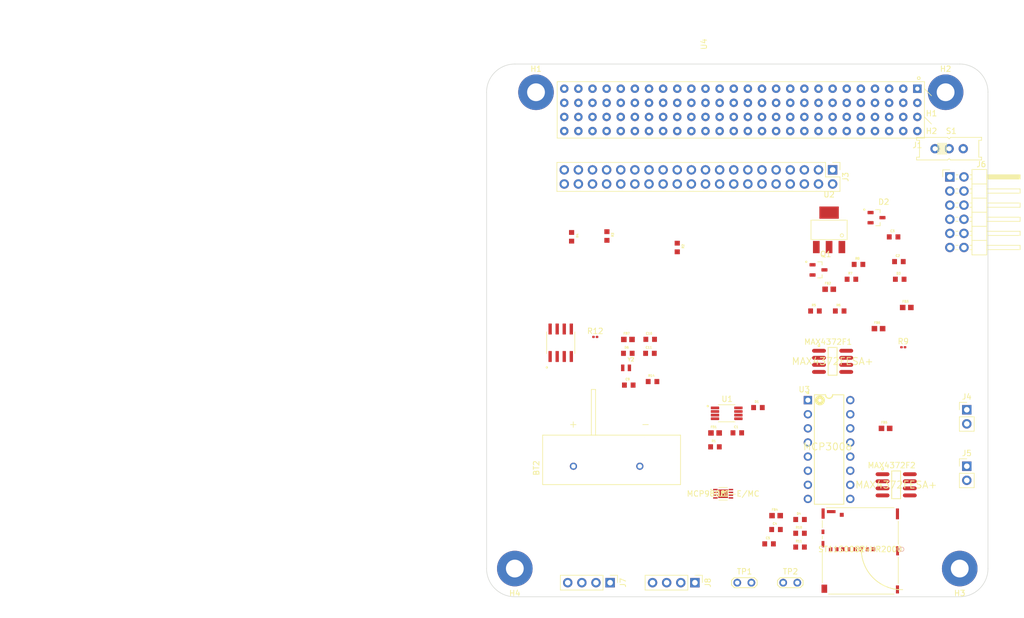
<source format=kicad_pcb>
(kicad_pcb (version 20211014) (generator pcbnew)
  (layers (0 "F.Cu" signal) (1 "In1.Cu" signal) (2 "In2.Cu" signal) (31 "B.Cu" signal) (34 "B.Paste" user) (35 "F.Paste" user) (36 "B.SilkS" user "B.Silkscreen") (37 "F.SilkS" user "F.Silkscreen") (38 "B.Mask" user) (39 "F.Mask" user) (44 "Edge.Cuts" user))
  (net 0 "")
  (net 1 "/PowerConverter/5V0_Input")
  (net 2 "SW7_5V_Input")
  (net 3 "+5V")
  (net 4 "PM_Input")
  (net 5 "VCC_BAT")
  (net 6 "Net-(C4-Pad1)")
  (net 7 "XCO1")
  (net 8 "XCO2")
  (net 9 "Net-(C11-Pad2)")
  (net 10 "Net-(D4-Pad2)")
  (net 11 "Net-(D6-Pad2)")
  (net 12 "Net-(FB5-Pad1)")
  (net 45 "COMM_TXD")
  (net 47 "COMM_RXD")
  (net 61 "COMM_CTS")
  (net 65 "COMM_RTS")
  (net 67 "ADCS_INT")
  (net 71 "Net-(MAX4372F2-Pad4)")
  (net 81 "EPS_INT")
  (net 82 "BAT_INT")
  (net 93 "OBC_INT")
  (net 94 "5VUSB_CHG")
  (net 100 "5V_Debug_Input")
  (net 108 "Net-(C1-Pad1)")
  (net 109 "Net-(C2-Pad1)")
  (net 112 "Net-(C3-Pad1)")
  (net 113 "GND")
  (net 116 "Net-(MAX4372F1-Pad4)")
  (net 117 "+3.3V")
  (net 119 "Net-(D1-Pad2)")
  (net 120 "Net-(D2-Pad2)")
  (net 121 "/MicroSD Card/SPI1_CEO_N")
  (net 122 "Net-(D3-Pad2)")
  (net 124 "/MicroSD Card/SPI1_MOSI")
  (net 125 "SPI1_CE0_N")
  (net 126 "SPI1_MOSI")
  (net 130 "SPI1_CLK")
  (net 131 "SPI1_MISO")
  (net 132 "5V_Rpi_Input")
  (net 133 "I2C_SDA1")
  (net 134 "I2C_SCL1")
  (net 135 "Net-(R7-Pad2)")
  (net 136 "/Temperature Sensor/I2C_SCL1")
  (net 137 "+3V3")
  (net 138 "Net-(J2-Pad4)")
  (net 139 "SPI1_CE1_N")
  (net 140 "/MicroSD Card/SPI1_CLK")
  (net 141 "/MicroSD Card/SPI1_MISO")
  (net 142 "GPIO16")
  (net 143 "GPIO26")
  (net 144 "GPIO20")
  (net 146 "GPIO21")
  (net 150 "3V3_Output")
  (net 151 "GND_CHG")
  (net 153 "/Temperature Sensor/GPIO_TEMP_ALERT")
  (net 154 "3V3_Input")
  (net 160 "/Current Monitor/SPI_CE2_N")
  (net 161 "GPIO5")
  (net 162 "GPIO6")
  (net 163 "GPIO12")
  (net 165 "GPIO13")
  (net 166 "GPIO19")
  (net 167 "BatVBUS")
  (net 168 "RTC_MFP")
  (net 169 "Analog_Voltage")
  (net 170 "Net-(MAX4372F2-Pad8)")
  (net 171 "Net-(FB2-Pad1)")
  (net 172 "Net-(FB3-Pad2)")
  (net 173 "Net-(FB6-Pad1)")
  (net 174 "/Temperature Sensor/I2C_SDA1")
  (net 175 "/Temperature Sensor/I2C_SCK1")
  (net 176 "/Real Time Clock/I2C_SDA1")
  (net 177 "/Current Monitor/SPI1_MOSI")
  (net 180 "/Current Monitor/SPI1_MISO")
  (net 181 "/Current Monitor/SP1_CLK")
  (net 188 "/Real Time Clock/I2C_SCL1")
  (footprint "Connector_PinHeader_2.54mm:PinHeader_2x20_P2.54mm_Vertical" (layer "F.Cu") (at 171.45 66.04 -90)
    (fp_text reference "J3" (at 1.27 -2.33 90) (layer "F.SilkS"))
    (fp_text value "Raspberry Pi 4 Connector")
    (pad "1" thru_hole rect (at 0 0 270) (size 1.7 1.7) (drill 1) (layers *.Cu *.Mask) (net 137 "+3V3"))
    (pad "2" thru_hole oval (at 2.54 0 270) (size 1.7 1.7) (drill 1) (layers *.Cu *.Mask) (net 3 "+5V"))
    (pad "3" thru_hole oval (at 0 2.54 270) (size 1.7 1.7) (drill 1) (layers *.Cu *.Mask) (net 133 "I2C_SDA1"))
    (pad "4" thru_hole oval (at 2.54 2.54 270) (size 1.7 1.7) (drill 1) (layers *.Cu *.Mask) (net 3 "+5V"))
    (pad "5" thru_hole oval (at 0 5.08 270) (size 1.7 1.7) (drill 1) (layers *.Cu *.Mask) (net 134 "I2C_SCL1"))
    (pad "6" thru_hole oval (at 2.54 5.08 270) (size 1.7 1.7) (drill 1) (layers *.Cu *.Mask) (net 113 "GND"))
    (pad "7" thru_hole oval (at 0 7.62 270) (size 1.7 1.7) (drill 1) (layers *.Cu *.Mask) (net 113 "GND"))
    (pad "8" thru_hole oval (at 2.54 7.62 270) (size 1.7 1.7) (drill 1) (layers *.Cu *.Mask) (net 45 "COMM_TXD"))
    (pad "9" thru_hole oval (at 0 10.16 270) (size 1.7 1.7) (drill 1) (layers *.Cu *.Mask))
    (pad "10" thru_hole oval (at 2.54 10.16 270) (size 1.7 1.7) (drill 1) (layers *.Cu *.Mask) (net 47 "COMM_RXD"))
    (pad "11" thru_hole oval (at 0 12.7 270) (size 1.7 1.7) (drill 1) (layers *.Cu *.Mask))
    (pad "12" thru_hole oval (at 2.54 12.7 270) (size 1.7 1.7) (drill 1) (layers *.Cu *.Mask))
    (pad "13" thru_hole oval (at 0 15.24 270) (size 1.7 1.7) (drill 1) (layers *.Cu *.Mask))
    (pad "14" thru_hole oval (at 2.54 15.24 270) (size 1.7 1.7) (drill 1) (layers *.Cu *.Mask) (net 113 "GND"))
    (pad "15" thru_hole oval (at 0 17.78 270) (size 1.7 1.7) (drill 1) (layers *.Cu *.Mask) (net 61 "COMM_CTS"))
    (pad "16" thru_hole oval (at 2.54 17.78 270) (size 1.7 1.7) (drill 1) (layers *.Cu *.Mask) (net 65 "COMM_RTS"))
    (pad "17" thru_hole oval (at 0 20.32 270) (size 1.7 1.7) (drill 1) (layers *.Cu *.Mask) (net 137 "+3V3"))
    (pad "18" thru_hole oval (at 2.54 20.32 270) (size 1.7 1.7) (drill 1) (layers *.Cu *.Mask))
    (pad "19" thru_hole oval (at 0 22.86 270) (size 1.7 1.7) (drill 1) (layers *.Cu *.Mask) (net 126 "SPI1_MOSI"))
    (pad "20" thru_hole oval (at 2.54 22.86 270) (size 1.7 1.7) (drill 1) (layers *.Cu *.Mask) (net 113 "GND"))
    (pad "21" thru_hole oval (at 0 25.4 270) (size 1.7 1.7) (drill 1) (layers *.Cu *.Mask) (net 131 "SPI1_MISO"))
    (pad "22" thru_hole oval (at 2.54 25.4 270) (size 1.7 1.7) (drill 1) (layers *.Cu *.Mask))
    (pad "23" thru_hole oval (at 0 27.94 270) (size 1.7 1.7) (drill 1) (layers *.Cu *.Mask) (net 130 "SPI1_CLK"))
    (pad "24" thru_hole oval (at 2.54 27.94 270) (size 1.7 1.7) (drill 1) (layers *.Cu *.Mask) (net 125 "SPI1_CE0_N"))
    (pad "25" thru_hole oval (at 0 30.48 270) (size 1.7 1.7) (drill 1) (layers *.Cu *.Mask) (net 113 "GND"))
    (pad "26" thru_hole oval (at 2.54 30.48 270) (size 1.7 1.7) (drill 1) (layers *.Cu *.Mask) (net 139 "SPI1_CE1_N"))
    (pad "27" thru_hole oval (at 0 33.02 270) (size 1.7 1.7) (drill 1) (layers *.Cu *.Mask))
    (pad "28" thru_hole oval (at 2.54 33.02 270) (size 1.7 1.7) (drill 1) (layers *.Cu *.Mask))
    (pad "29" thru_hole oval (at 0 35.56 270) (size 1.7 1.7) (drill 1) (layers *.Cu *.Mask) (net 161 "GPIO5"))
    (pad "30" thru_hole oval (at 2.54 35.56 270) (size 1.7 1.7) (drill 1) (layers *.Cu *.Mask) (net 113 "GND"))
    (pad "31" thru_hole oval (at 0 38.1 270) (size 1.7 1.7) (drill 1) (layers *.Cu *.Mask) (net 162 "GPIO6"))
    (pad "32" thru_hole oval (at 2.54 38.1 270) (size 1.7 1.7) (drill 1) (layers *.Cu *.Mask) (net 163 "GPIO12"))
    (pad "33" thru_hole oval (at 0 40.64 270) (size 1.7 1.7) (drill 1) (layers *.Cu *.Mask) (net 165 "GPIO13"))
    (pad "34" thru_hole oval (at 2.54 40.64 270) (size 1.7 1.7) (drill 1) (layers *.Cu *.Mask) (net 113 "GND"))
    (pad "35" thru_hole oval (at 0 43.18 270) (size 1.7 1.7) (drill 1) (layers *.Cu *.Mask) (net 166 "GPIO19"))
    (pad "36" thru_hole oval (at 2.54 43.18 270) (size 1.7 1.7) (drill 1) (layers *.Cu *.Mask) (net 142 "GPIO16"))
    (pad "37" thru_hole oval (at 0 45.72 270) (size 1.7 1.7) (drill 1) (layers *.Cu *.Mask) (net 143 "GPIO26"))
    (pad "38" thru_hole oval (at 2.54 45.72 270) (size 1.7 1.7) (drill 1) (layers *.Cu *.Mask) (net 144 "GPIO20"))
    (pad "39" thru_hole oval (at 0 48.26 270) (size 1.7 1.7) (drill 1) (layers *.Cu *.Mask) (net 113 "GND"))
    (pad "40" thru_hole oval (at 2.54 48.26 270) (size 1.7 1.7) (drill 1) (layers *.Cu *.Mask) (net 146 "GPIO21"))
  )
  (footprint "Daughterboard_footprints:CAPC1608X90N" (layer "F.Cu") (at 183.515 85.725)
    (fp_text reference "D3" (at -0.21 -1.05) (layer "F.SilkS") (effects (font (size 0.393701 0.393701))))
    (fp_text value "RED")
    (pad "1" smd rect (at -0.78 0) (size 0.87 0.93) (layers "F.Cu" "F.Paste" "F.Mask") (net 109 "Net-(C2-Pad1)"))
    (pad "2" smd rect (at 0.78 0) (size 0.87 0.93) (layers "F.Cu" "F.Paste" "F.Mask") (net 122 "Net-(D3-Pad2)"))
  )
  (footprint "MountingHole:MountingHole_3.2mm_M3_Pad_TopBottom" (layer "F.Cu") (at 191.77 52.07)
    (fp_text reference "H2" (at 0 -4.2) (layer "F.SilkS"))
    (fp_text value "MountingHole_Pad")
    (pad "1" connect circle locked (at 0 0) (size 6.4 6.4) (layers "B.Cu" "B.Mask") (net 113 "GND"))
    (pad "1" connect circle locked (at 0 0) (size 6.4 6.4) (layers "F.Cu" "F.Mask") (net 113 "GND"))
    (pad "1" thru_hole circle locked (at 0 0) (size 3.6 3.6) (drill 3.2) (layers *.Cu *.Mask) (net 113 "GND"))
  )
  (footprint "Daughterboard_footprints:MCP9808T-E&slash_MC" (layer "F.Cu") (at 151.765 124.33335)
    (fp_text reference "U1" (at 0 0) (layer "F.SilkS"))
    (fp_text value "MCP9808T-E/MC" (at 0 0) (layer "F.SilkS"))
    (fp_text user "*" (at 0 0) (layer "F.SilkS"))
    (pad "1" smd rect (at -1.397 -0.750001) (size 0.8128 0.254) (layers "F.Cu" "F.Paste" "F.Mask") (net 174 "/Temperature Sensor/I2C_SDA1"))
    (pad "2" smd rect (at -1.397 -0.25) (size 0.8128 0.254) (layers "F.Cu" "F.Paste" "F.Mask") (net 136 "/Temperature Sensor/I2C_SCL1"))
    (pad "3" smd rect (at -1.397 0.25) (size 0.8128 0.254) (layers "F.Cu" "F.Paste" "F.Mask") (net 153 "/Temperature Sensor/GPIO_TEMP_ALERT"))
    (pad "4" smd rect (at -1.397 0.750001) (size 0.8128 0.254) (layers "F.Cu" "F.Paste" "F.Mask") (net 113 "GND"))
    (pad "5" smd rect (at 1.397 0.750001) (size 0.8128 0.254) (layers "F.Cu" "F.Paste" "F.Mask") (net 113 "GND"))
    (pad "6" smd rect (at 1.397 0.25) (size 0.8128 0.254) (layers "F.Cu" "F.Paste" "F.Mask") (net 113 "GND"))
    (pad "7" smd rect (at 1.397 -0.25) (size 0.8128 0.254) (layers "F.Cu" "F.Paste" "F.Mask") (net 113 "GND"))
    (pad "8" smd rect (at 1.397 -0.750001) (size 0.8128 0.254) (layers "F.Cu" "F.Paste" "F.Mask") (net 108 "Net-(C1-Pad1)"))
    (pad "9" smd rect (at 0 0) (size 1.7526 1.5494) (layers "F.Cu" "F.Paste" "F.Mask") (net 113 "GND"))
  )
  (footprint "STM32_Breakout:BU33SA5WGWZ-E2" (layer "F.Cu") (at 170.815 76.835)
    (fp_text reference "U2" (at 0 -6.35) (layer "F.SilkS"))
    (fp_text value "BU33SA5WGWZ-E2-qsat-symb")
    (pad "1" smd rect locked (at 2.3 3.1) (size 1.2 2.2) (layers "F.Cu" "F.Paste" "F.Mask") (net 113 "GND"))
    (pad "2" smd rect locked (at 0 3.1) (size 1.2 2.2) (layers "F.Cu" "F.Paste" "F.Mask") (net 112 "Net-(C3-Pad1)"))
    (pad "3" smd rect locked (at -2.3 3.1) (size 1.2 2.2) (layers "F.Cu" "F.Paste" "F.Mask") (net 109 "Net-(C2-Pad1)"))
    (pad "Vout" smd rect locked (at 0 -3.1) (size 3.5 2.2) (layers "F.Cu" "F.Paste" "F.Mask"))
  )
  (footprint "Daughterboard_footprints:CAPC1608X90N" (layer "F.Cu") (at 134.79 104.775)
    (fp_text reference "C9" (at -0.21 -1.05) (layer "F.SilkS") (effects (font (size 0.393701 0.393701))))
    (fp_text value "18pF")
    (pad "1" smd rect (at -0.78 0) (size 0.87 0.93) (layers "F.Cu" "F.Paste" "F.Mask") (net 113 "GND"))
    (pad "2" smd rect (at 0.78 0) (size 0.87 0.93) (layers "F.Cu" "F.Paste" "F.Mask") (net 7 "XCO1"))
  )
  (footprint "Connector_PinHeader_2.54mm:PinHeader_1x02_P2.54mm_Vertical" (layer "F.Cu") (at 195.58 119.375)
    (fp_text reference "J5" (at 0 -2.33) (layer "F.SilkS"))
    (fp_text value "5V Input (Testing)")
    (pad "1" thru_hole rect (at 0 0) (size 1.7 1.7) (drill 1) (layers *.Cu *.Mask) (net 132 "5V_Rpi_Input"))
    (pad "2" thru_hole oval (at 0 2.54) (size 1.7 1.7) (drill 1) (layers *.Cu *.Mask) (net 113 "GND"))
  )
  (footprint "Daughterboard_footprints:BEADC1608X75N" (layer "F.Cu") (at 170.835 87.525)
    (fp_text reference "FB2" (at -0.24 -1.07) (layer "F.SilkS") (effects (font (size 0.393701 0.393701))))
    (fp_text value "100R @ 100 MHz")
    (pad "1" smd rect (at -0.735 0) (size 1 0.97) (layers "F.Cu" "F.Paste" "F.Mask") (net 171 "Net-(FB2-Pad1)"))
    (pad "2" smd rect (at 0.735 0) (size 1 0.97) (layers "F.Cu" "F.Paste" "F.Mask") (net 1 "/PowerConverter/5V0_Input"))
  )
  (footprint "MountingHole:MountingHole_3.2mm_M3_Pad_TopBottom" (layer "F.Cu") (at 118.11 52.07)
    (fp_text reference "H1" (at 0 -4.2) (layer "F.SilkS"))
    (fp_text value "MountingHole_Pad")
    (pad "1" thru_hole circle locked (at 0 0) (size 3.6 3.6) (drill 3.2) (layers *.Cu *.Mask) (net 113 "GND"))
    (pad "1" connect circle locked (at 0 0) (size 6.4 6.4) (layers "F.Cu" "F.Mask") (net 113 "GND"))
    (pad "1" connect circle locked (at 0 0) (size 6.4 6.4) (layers "B.Cu" "B.Mask") (net 113 "GND"))
  )
  (footprint "Daughterboard_footprints:CAPC1608X90N" (layer "F.Cu") (at 165.59 128.965)
    (fp_text reference "D4" (at -0.21 -1.05) (layer "F.SilkS") (effects (font (size 0.393701 0.393701))))
    (fp_text value "RED")
    (pad "1" smd rect (at -0.78 0) (size 0.87 0.93) (layers "F.Cu" "F.Paste" "F.Mask") (net 137 "+3V3"))
    (pad "2" smd rect (at 0.78 0) (size 0.87 0.93) (layers "F.Cu" "F.Paste" "F.Mask") (net 10 "Net-(D4-Pad2)"))
  )
  (footprint "Daughterboard_footprints:CAPC1608X90N" (layer "F.Cu") (at 134.62 99.06)
    (fp_text reference "D6" (at -0.21 -1.05) (layer "F.SilkS") (effects (font (size 0.393701 0.393701))))
    (fp_text value "RED")
    (pad "1" smd rect (at -0.78 0) (size 0.87 0.93) (layers "F.Cu" "F.Paste" "F.Mask") (net 117 "+3.3V"))
    (pad "2" smd rect (at 0.78 0) (size 0.87 0.93) (layers "F.Cu" "F.Paste" "F.Mask") (net 11 "Net-(D6-Pad2)"))
  )
  (footprint "Daughterboard_footprints:SOIC127P600X175-8N" (layer "F.Cu") (at 122.555 97.155 90)
    (fp_text reference "U4" (at 53.743 25.762 90) (layer "F.SilkS"))
    (fp_text value "MCP79400T-I/SN")
    (pad "1" smd roundrect (at -2.475 -1.905 90) (size 1.97 0.6) (layers "F.Cu" "F.Paste" "F.Mask") (roundrect_rratio 0.07) (net 7 "XCO1"))
    (pad "2" smd roundrect (at -2.475 -0.635 90) (size 1.97 0.6) (layers "F.Cu" "F.Paste" "F.Mask") (roundrect_rratio 0.07) (net 8 "XCO2"))
    (pad "3" smd roundrect (at -2.475 0.635 90) (size 1.97 0.6) (layers "F.Cu" "F.Paste" "F.Mask") (roundrect_rratio 0.07) (net 5 "VCC_BAT"))
    (pad "4" smd roundrect (at -2.475 1.905 90) (size 1.97 0.6) (layers "F.Cu" "F.Paste" "F.Mask") (roundrect_rratio 0.07) (net 113 "GND"))
    (pad "5" smd roundrect (at 2.475 1.905 90) (size 1.97 0.6) (layers "F.Cu" "F.Paste" "F.Mask") (roundrect_rratio 0.07) (net 176 "/Real Time Clock/I2C_SDA1"))
    (pad "6" smd roundrect (at 2.475 0.635 90) (size 1.97 0.6) (layers "F.Cu" "F.Paste" "F.Mask") (roundrect_rratio 0.07) (net 188 "/Real Time Clock/I2C_SCL1"))
    (pad "7" smd roundrect (at 2.475 -0.635 90) (size 1.97 0.6) (layers "F.Cu" "F.Paste" "F.Mask") (roundrect_rratio 0.07))
    (pad "8" smd roundrect (at 2.475 -1.905 90) (size 1.97 0.6) (layers "F.Cu" "F.Paste" "F.Mask") (roundrect_rratio 0.07))
  )
  (footprint "Daughterboard_footprints:EG1218" (layer "F.Cu") (at 192.405 62.23)
    (fp_text reference "S1" (at 0.381 -3.175) (layer "F.SilkS"))
    (fp_text value "EG1218")
    (pad "O" thru_hole circle (at -2.54 0) (size 1.6764 1.6764) (drill 0.9) (layers *.Cu *.Mask))
    (pad "P" thru_hole circle (at 0 0) (size 1.6764 1.6764) (drill 0.9) (layers *.Cu *.Mask) (net 100 "5V_Debug_Input"))
    (pad "S" thru_hole circle (at 2.54 0) (size 1.6764 1.6764) (drill 0.9) (layers *.Cu *.Mask) (net 132 "5V_Rpi_Input"))
  )
  (footprint "Daughterboard_footprints:RESC1608X55N" (layer "F.Cu") (at 139.065 104.14)
    (fp_text reference "R14" (at -0.21 -1.05) (layer "F.SilkS") (effects (font (size 0.393701 0.393701))))
    (fp_text value "2.2k")
    (pad "1" smd rect (at -0.78 0) (size 0.87 0.93) (layers "F.Cu" "F.Paste" "F.Mask") (net 11 "Net-(D6-Pad2)"))
    (pad "2" smd rect (at 0.78 0) (size 0.87 0.93) (layers "F.Cu" "F.Paste" "F.Mask") (net 113 "GND"))
  )
  (footprint "Daughterboard_footprints:CAPC1608X90N" (layer "F.Cu") (at 138.6 99.06)
    (fp_text reference "C11" (at -0.21 -1.05) (layer "F.SilkS") (effects (font (size 0.393701 0.393701))))
    (fp_text value "10uF")
    (pad "1" smd rect (at -0.78 0) (size 0.87 0.93) (layers "F.Cu" "F.Paste" "F.Mask") (net 113 "GND"))
    (pad "2" smd rect (at 0.78 0) (size 0.87 0.93) (layers "F.Cu" "F.Paste" "F.Mask") (net 9 "Net-(C11-Pad2)"))
  )
  (footprint "Daughterboard_footprints:Maxim-MAX4372FESA+-Level_A" (layer "F.Cu") (at 182.88 122.725)
    (fp_text reference "MAX4372F2" (at -5.199999 -3.499999) (layer "F.SilkS") (effects (justify left)))
    (fp_text value "MAX4372FESA+" (at 0 0) (layer "F.SilkS") (effects (font (size 1.27 1.27))))
    (pad "1" smd roundrect locked (at -2.45 -1.905 270) (size 0.700001 2.5) (layers "F.Cu" "F.Paste" "F.Mask") (roundrect_rratio 0.5) (net 12 "Net-(FB5-Pad1)"))
    (pad "2" smd roundrect locked (at -2.45 -0.635 270) (size 0.700001 2.5) (layers "F.Cu" "F.Paste" "F.Mask") (roundrect_rratio 0.5))
    (pad "3" smd roundrect locked (at -2.45 0.635 270) (size 0.700001 2.5) (layers "F.Cu" "F.Paste" "F.Mask") (roundrect_rratio 0.5))
    (pad "4" smd roundrect locked (at -2.45 1.905 270) (size 0.700001 2.5) (layers "F.Cu" "F.Paste" "F.Mask") (roundrect_rratio 0.5) (net 71 "Net-(MAX4372F2-Pad4)"))
    (pad "5" smd roundrect locked (at 2.45 1.905 270) (size 0.700001 2.5) (layers "F.Cu" "F.Paste" "F.Mask") (roundrect_rratio 0.5))
    (pad "6" smd roundrect locked (at 2.45 0.635 270) (size 0.700001 2.5) (layers "F.Cu" "F.Paste" "F.Mask") (roundrect_rratio 0.5) (net 137 "+3V3"))
    (pad "7" smd roundrect locked (at 2.45 -0.635 270) (size 0.700001 2.5) (layers "F.Cu" "F.Paste" "F.Mask") (roundrect_rratio 0.5))
    (pad "8" smd roundrect locked (at 2.45 -1.905 270) (size 0.700001 2.5) (layers "F.Cu" "F.Paste" "F.Mask") (roundrect_rratio 0.5) (net 170 "Net-(MAX4372F2-Pad8)"))
  )
  (footprint "Connector_PinHeader_2.54mm:PinHeader_2x06_P2.54mm_Horizontal" (layer "F.Cu") (at 192.532 67.31)
    (fp_text reference "J6" (at 5.655 -2.27) (layer "F.SilkS"))
    (fp_text value "Test Connector")
    (pad "1" thru_hole rect (at 0 0) (size 1.7 1.7) (drill 1) (layers *.Cu *.Mask) (net 150 "3V3_Output"))
    (pad "2" thru_hole oval (at 2.54 0) (size 1.7 1.7) (drill 1) (layers *.Cu *.Mask) (net 2 "SW7_5V_Input"))
    (pad "3" thru_hole oval (at 0 2.54) (size 1.7 1.7) (drill 1) (layers *.Cu *.Mask) (net 113 "GND"))
    (pad "4" thru_hole oval (at 2.54 2.54) (size 1.7 1.7) (drill 1) (layers *.Cu *.Mask) (net 113 "GND"))
    (pad "5" thru_hole oval (at 0 5.08) (size 1.7 1.7) (drill 1) (layers *.Cu *.Mask) (net 134 "I2C_SCL1"))
    (pad "6" thru_hole oval (at 2.54 5.08) (size 1.7 1.7) (drill 1) (layers *.Cu *.Mask) (net 133 "I2C_SDA1"))
    (pad "7" thru_hole oval (at 0 7.62) (size 1.7 1.7) (drill 1) (layers *.Cu *.Mask) (net 144 "GPIO20"))
    (pad "8" thru_hole oval (at 2.54 7.62) (size 1.7 1.7) (drill 1) (layers *.Cu *.Mask) (net 142 "GPIO16"))
    (pad "9" thru_hole oval (at 0 10.16) (size 1.7 1.7) (drill 1) (layers *.Cu *.Mask) (net 143 "GPIO26"))
    (pad "10" thru_hole oval (at 2.54 10.16) (size 1.7 1.7) (drill 1) (layers *.Cu *.Mask) (net 146 "GPIO21"))
    (pad "11" thru_hole oval (at 0 12.7) (size 1.7 1.7) (drill 1) (layers *.Cu *.Mask) (net 151 "GND_CHG"))
    (pad "12" thru_hole oval (at 2.54 12.7) (size 1.7 1.7) (drill 1) (layers *.Cu *.Mask) (net 167 "BatVBUS"))
  )
  (footprint "Resistor_SMD:R_0201_0603Metric" (layer "F.Cu") (at 128.7654 96.1036)
    (fp_text reference "R12" (at 0 -1.05) (layer "F.SilkS"))
    (fp_text value "100m")
    (pad "1" smd roundrect (at -0.32 0) (size 0.46 0.4) (layers "F.Cu" "F.Mask") (net 170 "Net-(MAX4372F2-Pad8)"))
    (pad "2" smd roundrect (at 0.32 0) (size 0.46 0.4) (layers "F.Cu" "F.Mask") (net 137 "+3V3"))
  )
  (footprint "MountingHole:MountingHole_3.2mm_M3_Pad_TopBottom" (layer "F.Cu") (at 114.3 137.795)
    (fp_text reference "H4" (at 0 4.445) (layer "F.SilkS"))
    (fp_text value "MountingHole_Pad")
    (pad "1" connect circle locked (at 0 0) (size 6.4 6.4) (layers "F.Cu" "F.Mask") (net 113 "GND"))
    (pad "1" connect circle locked (at 0 0) (size 6.4 6.4) (layers "B.Cu" "B.Mask") (net 113 "GND"))
    (pad "1" thru_hole circle locked (at 0 0) (size 3.6 3.6) (drill 3.2) (layers *.Cu *.Mask) (net 113 "GND"))
  )
  (footprint "Daughterboard_footprints:BEADC1608X75N" (layer "F.Cu") (at 179.705 94.615)
    (fp_text reference "FB6" (at -0.24 -1.07) (layer "F.SilkS") (effects (font (size 0.393701 0.393701))))
    (fp_text value "100R @ 100 MHz")
    (pad "1" smd rect (at -0.735 0) (size 1 0.97) (layers "F.Cu" "F.Paste" "F.Mask") (net 173 "Net-(FB6-Pad1)"))
    (pad "2" smd rect (at 0.735 0) (size 1 0.97) (layers "F.Cu" "F.Paste" "F.Mask") (net 137 "+3V3"))
  )
  (footprint "Daughterboard_footprints:CAPC1608X90N" (layer "F.Cu") (at 182.415 78.105)
    (fp_text reference "C3" (at -0.21 -1.05) (layer "F.SilkS") (effects (font (size 0.393701 0.393701))))
    (fp_text value "22uF")
    (pad "1" smd rect (at -0.78 0) (size 0.87 0.93) (layers "F.Cu" "F.Paste" "F.Mask") (net 112 "Net-(C3-Pad1)"))
    (pad "2" smd rect (at 0.78 0) (size 0.87 0.93) (layers "F.Cu" "F.Paste" "F.Mask") (net 113 "GND"))
  )
  (footprint "ESR03EZPF1002:RESC1608X55N" (layer "F.Cu") (at 143.51 80.01 -90)
    (fp_text reference "R2" (at -0.21 -1.05 90) (layer "F.SilkS") (effects (font (size 0.393701 0.393701))))
    (fp_text value "10k")
    (pad "1" smd rect locked (at -0.78 0 270) (size 0.87 0.93) (layers "F.Cu" "F.Paste" "F.Mask") (net 117 "+3.3V"))
    (pad "2" smd rect locked (at 0.78 0 270) (size 0.87 0.93) (layers "F.Cu" "F.Paste" "F.Mask") (net 168 "RTC_MFP"))
  )
  (footprint "TestPoint:TestPoint_2Pads_Pitch2.54mm_Drill0.8mm" (layer "F.Cu") (at 162.56 140.335)
    (fp_text reference "TP2" (at 1.3 -2) (layer "F.SilkS"))
    (fp_text value "TestPoint")
    (pad "1" thru_hole circle (at 0 0) (size 1.4 1.4) (drill 0.8) (layers *.Cu *.Mask) (net 137 "+3V3"))
    (pad "2" thru_hole circle (at 2.54 0) (size 1.4 1.4) (drill 0.8) (layers *.Cu *.Mask))
  )
  (footprint "Daughterboard_footprints:RESC1608X55N" (layer "F.Cu") (at 176.105 83.055)
    (fp_text reference "R8" (at -0.21 -1.05) (layer "F.SilkS") (effects (font (size 0.393701 0.393701))))
    (fp_text value "10k")
    (pad "1" smd rect (at -0.78 0) (size 0.87 0.93) (layers "F.Cu" "F.Paste" "F.Mask") (net 113 "GND"))
    (pad "2" smd rect (at 0.78 0) (size 0.87 0.93) (layers "F.Cu" "F.Paste" "F.Mask") (net 135 "Net-(R7-Pad2)"))
  )
  (footprint "Daughterboard_footprints:CAPC1608X90N" (layer "F.Cu") (at 138.64 96.54)
    (fp_text reference "C10" (at -0.21 -1.05) (layer "F.SilkS") (effects (font (size 0.393701 0.393701))))
    (fp_text value "18pF")
    (pad "1" smd rect (at -0.78 0) (size 0.87 0.93) (layers "F.Cu" "F.Paste" "F.Mask") (net 113 "GND"))
    (pad "2" smd rect (at 0.78 0) (size 0.87 0.93) (layers "F.Cu" "F.Paste" "F.Mask") (net 8 "XCO2"))
  )
  (footprint "Daughterboard_footprints:CAPC1608X90N" (layer "F.Cu") (at 158.02 108.82)
    (fp_text reference "D1" (at -0.21 -1.05) (layer "F.SilkS") (effects (font (size 0.393701 0.393701))))
    (fp_text value "RED")
    (pad "1" smd rect (at -0.78 0) (size 0.87 0.93) (layers "F.Cu" "F.Paste" "F.Mask") (net 108 "Net-(C1-Pad1)"))
    (pad "2" smd rect (at 0.78 0) (size 0.87 0.93) (layers "F.Cu" "F.Paste" "F.Mask") (net 119 "Net-(D1-Pad2)"))
  )
  (footprint "Daughterboard_footprints:BEADC1608X75N" (layer "F.Cu") (at 134.64 96.56)
    (fp_text reference "FB7" (at -0.24 -1.07) (layer "F.SilkS") (effects (font (size 0.393701 0.393701))))
    (fp_text value "100R @ 100 MHz")
    (pad "1" smd rect (at -0.735 0) (size 1 0.97) (layers "F.Cu" "F.Paste" "F.Mask") (net 117 "+3.3V"))
    (pad "2" smd rect (at 0.735 0) (size 1 0.97) (layers "F.Cu" "F.Paste" "F.Mask") (net 9 "Net-(C11-Pad2)"))
  )
  (footprint "Daughterboard_footprints:CAPC1608X90N" (layer "F.Cu") (at 160.02 133.35)
    (fp_text reference "C5" (at -0.21 -1.05) (layer "F.SilkS") (effects (font (size 0.393701 0.393701))))
    (fp_text value "10uF")
    (pad "1" smd rect (at -0.78 0) (size 0.87 0.93) (layers "F.Cu" "F.Paste" "F.Mask") (net 6 "Net-(C4-Pad1)"))
    (pad "2" smd rect (at 0.78 0) (size 0.87 0.93) (layers "F.Cu" "F.Paste" "F.Mask") (net 113 "GND"))
  )
  (footprint "Daughterboard_footprints:XTAL_CM9V-T1A-32.768KHZ-9PF-20PPM-TA-QC" (layer "F.Cu") (at 134.305 101.675)
    (fp_text reference "Y2" (at 0.882 -1.5064) (layer "F.SilkS") (effects (font (size 0.64 0.64))))
    (fp_text value "CM9V-T1A")
    (pad "1" smd rect (at -0.6 0) (size 0.6 1.2) (layers "F.Cu" "F.Paste" "F.Mask") (net 7 "XCO1"))
    (pad "2" smd rect (at 0.6 0) (size 0.6 1.2) (layers "F.Cu" "F.Paste" "F.Mask") (net 8 "XCO2"))
  )
  (footprint "Daughterboard_footprints:RESC1608X55N" (layer "F.Cu") (at 172.72 91.44)
    (fp_text reference "R6" (at -0.21 -1.05) (layer "F.SilkS") (effects (font (size 0.393701 0.393701))))
    (fp_text value "2.2k")
    (pad "1" smd rect (at -0.78 0) (size 0.87 0.93) (layers "F.Cu" "F.Paste" "F.Mask") (net 122 "Net-(D3-Pad2)"))
    (pad "2" smd rect (at 0.78 0) (size 0.87 0.93) (layers "F.Cu" "F.Paste" "F.Mask") (net 113 "GND"))
  )
  (footprint "Daughterboard_footprints:BEADC1608X75N" (layer "F.Cu") (at 161.29 128.27)
    (fp_text reference "FB4" (at -0.24 -1.07) (layer "F.SilkS") (effects (font (size 0.393701 0.393701))))
    (fp_text value "100R @ 100 MHz")
    (pad "1" smd rect (at -0.735 0) (size 1 0.97) (layers "F.Cu" "F.Paste" "F.Mask") (net 137 "+3V3"))
    (pad "2" smd rect (at 0.735 0) (size 1 0.97) (layers "F.Cu" "F.Paste" "F.Mask") (net 6 "Net-(C4-Pad1)"))
  )
  (footprint "STM32_Breakout:SOT91P240X110-3N" (layer "F.Cu") (at 179.345 74.64)
    (fp_text reference "D2" (at 1.305 -2.82582) (layer "F.SilkS"))
    (fp_text value "D_Zener")
    (pad "1" smd roundrect locked (at -1.07 -0.915) (size 1.09 0.61) (layers "F.Cu" "F.Paste" "F.Mask") (roundrect_rratio 0.15) (net 109 "Net-(C2-Pad1)"))
    (pad "2" smd roundrect locked (at -1.07 0.915) (size 1.09 0.61) (layers "F.Cu" "F.Paste" "F.Mask") (roundrect_rratio 0.15) (net 120 "Net-(D2-Pad2)"))
    (pad "3" smd roundrect locked (at 1.07 0) (size 1.09 0.61) (layers "F.Cu" "F.Paste" "F.Mask") (roundrect_rratio 0.15))
  )
  (footprint "Connector_PinHeader_2.54mm:PinHeader_1x04_P2.54mm_Vertical" (layer "F.Cu") (at 131.435 140.335 -90)
    (fp_text reference "J7" (at 0 -2.33 90) (layer "F.SilkS"))
    (fp_text value "Temp Sens1 Connector ")
    (pad "1" thru_hole rect (at 0 0 270) (size 1.7 1.7) (drill 1) (layers *.Cu *.Mask) (net 154 "3V3_Input"))
    (pad "2" thru_hole oval (at 0 2.54 270) (size 1.7 1.7) (drill 1) (layers *.Cu *.Mask) (net 113 "GND"))
    (pad "3" thru_hole oval (at 0 5.08 270) (size 1.7 1.7) (drill 1) (layers *.Cu *.Mask) (net 134 "I2C_SCL1"))
    (pad "4" thru_hole oval (at 0 7.62 270) (size 1.7 1.7) (drill 1) (layers *.Cu *.Mask) (net 133 "I2C_SDA1"))
  )
  (footprint "Daughterboard_footprints:Maxim-MAX4372FESA+-Level_A" (layer "F.Cu") (at 171.45 100.5)
    (fp_text reference "MAX4372F1" (at -5.199999 -3.499999) (layer "F.SilkS") (effects (justify left)))
    (fp_text value "MAX4372FESA+" (at 0 0) (layer "F.SilkS") (effects (font (size 1.27 1.27))))
    (pad "1" smd roundrect locked (at -2.45 -1.905 270) (size 0.700001 2.5) (layers "F.Cu" "F.Paste" "F.Mask") (roundrect_rratio 0.5) (net 173 "Net-(FB6-Pad1)"))
    (pad "2" smd roundrect locked (at -2.45 -0.635 270) (size 0.700001 2.5) (layers "F.Cu" "F.Paste" "F.Mask") (roundrect_rratio 0.5))
    (pad "3" smd roundrect locked (at -2.45 0.635 270) (size 0.700001 2.5) (layers "F.Cu" "F.Paste" "F.Mask") (roundrect_rratio 0.5) (net 113 "GND"))
    (pad "4" smd roundrect locked (at -2.45 1.905 270) (size 0.700001 2.5) (layers "F.Cu" "F.Paste" "F.Mask") (roundrect_rratio 0.5) (net 116 "Net-(MAX4372F1-Pad4)"))
    (pad "5" smd roundrect locked (at 2.45 1.905 270) (size 0.700001 2.5) (layers "F.Cu" "F.Paste" "F.Mask") (roundrect_rratio 0.5))
    (pad "6" smd roundrect locked (at 2.45 0.635 270) (size 0.700001 2.5) (layers "F.Cu" "F.Paste" "F.Mask") (roundrect_rratio 0.5) (net 137 "+3V3"))
    (pad "7" smd roundrect locked (at 2.45 -0.635 270) (size 0.700001 2.5) (layers "F.Cu" "F.Paste" "F.Mask") (roundrect_rratio 0.5))
    (pad "8" smd roundrect locked (at 2.45 -1.905 270) (size 0.700001 2.5) (layers "F.Cu" "F.Paste" "F.Mask") (roundrect_rratio 0.5) (net 4 "PM_Input"))
  )
  (footprint "Connector_PinHeader_2.54mm:PinHeader_1x02_P2.54mm_Vertical" (layer "F.Cu") (at 195.58 109.215)
    (fp_text reference "J4" (at 0 -2.33) (layer "F.SilkS"))
    (fp_text value "3.3V Input (Testing)")
    (pad "1" thru_hole rect (at 0 0) (size 1.7 1.7) (drill 1) (layers *.Cu *.Mask) (net 4 "PM_Input"))
    (pad "2" thru_hole oval (at 0 2.54) (size 1.7 1.7) (drill 1) (layers *.Cu *.Mask) (net 113 "GND"))
  )
  (footprint "Resistor_SMD:R_0201_0603Metric" (layer "F.Cu") (at 184.15 97.96)
    (fp_text reference "R9" (at 0 -1.05) (layer "F.SilkS"))
    (fp_text value "100m")
    (pad "1" smd roundrect (at -0.32 0) (size 0.46 0.4) (layers "F.Cu" "F.Mask") (net 4 "PM_Input"))
    (pad "2" smd roundrect (at 0.32 0) (size 0.46 0.4) (layers "F.Cu" "F.Mask") (net 137 "+3V3"))
  )
  (footprint "Daughterboard_footprints:BAT_BVSD-2032-PC" (layer "F.Cu") (at 130.81 119.38 90)
    (fp_text reference "BT2" (at -0.325 -12.635 90) (layer "F.SilkS"))
    (fp_text value "BVSD-2032-PC")
    (pad "" np_thru_hole circle (at 3.56 -6.99 90) (size 1.91 1.91) (drill 1.91) (layers *.Cu *.Mask))
    (pad "" np_thru_hole circle (at 3.56 7.74 90) (size 2.92 2.92) (drill 2.92) (layers *.Cu *.Mask))
    (pad "+" thru_hole circle (at 0 -5.97 90) (size 1.298 1.298) (drill 0.79) (layers *.Cu *.Mask) (net 5 "VCC_BAT"))
    (pad "-" thru_hole circle (at 0 5.97 90) (size 1.298 1.298) (drill 0.79) (layers *.Cu *.Mask) (net 113 "GND"))
  )
  (footprint "Daughterboard_footprints:RESC1608X55N" (layer "F.Cu") (at 150.29 115.89)
    (fp_text reference "R1" (at -0.21 -1.05) (layer "F.SilkS") (effects (font (size 0.393701 0.393701))))
    (fp_text value "2.2k")
    (pad "1" smd rect (at -0.78 0) (size 0.87 0.93) (layers "F.Cu" "F.Paste" "F.Mask") (net 119 "Net-(D1-Pad2)"))
    (pad "2" smd rect (at 0.78 0) (size 0.87 0.93) (layers "F.Cu" "F.Paste" "F.Mask") (net 113 "GND"))
  )
  (footprint "pc104-connector:pc104-connector" (layer "F.Cu") (at 156.21 53.975 -90)
    (fp_text reference "J1" (at 7.62 -30.48 unlocked) (layer "F.SilkS"))
    (fp_text value "PC104_Connector")
    (fp_text user "H2" (at 5.08 -33.02 unlocked) (layer "F.SilkS"))
    (fp_text user "H1" (at 1.905 -33.02 unlocked) (layer "F.SilkS"))
    (pad "1" thru_hole rect locked (at -2.54 -30.48 270) (size 1.524 1.524) (drill 0.762) (layers *.Cu *.Mask) (net 45 "COMM_TXD"))
    (pad "2" thru_hole circle locked (at 0 -30.48 270) (size 1.524 1.524) (drill 0.762) (layers *.Cu *.Mask) (net 47 "COMM_RXD"))
    (pad "3" thru_hole circle locked (at -2.54 -27.94 270) (size 1.524 1.524) (drill 0.762) (layers *.Cu *.Mask) (net 61 "COMM_CTS"))
    (pad "4" thru_hole circle locked (at 0 -27.94 270) (size 1.524 1.524) (drill 0.762) (layers *.Cu *.Mask) (net 65 "COMM_RTS"))
    (pad "5" thru_hole circle locked (at -2.54 -25.4 270) (size 1.524 1.524) (drill 0.762) (layers *.Cu *.Mask) (net 67 "ADCS_INT"))
    (pad "6" thru_hole circle locked (at 0 -25.4 270) (size 1.524 1.524) (drill 0.762) (layers *.Cu *.Mask) (net 81 "EPS_INT"))
    (pad "7" thru_hole circle locked (at -2.54 -22.86 270) (size 1.524 1.524) (drill 0.762) (layers *.Cu *.Mask) (net 82 "BAT_INT"))
    (pad "8" thru_hole circle locked (at 0 -22.86 270) (size 1.524 1.524) (drill 0.762) (layers *.Cu *.Mask) (net 93 "OBC_INT"))
    (pad "9" thru_hole circle locked (at -2.54 -20.32 270) (size 1.524 1.524) (drill 0.762) (layers *.Cu *.Mask))
    (pad "10" thru_hole circle locked (at 0 -20.32 270) (size 1.524 1.524) (drill 0.762) (layers *.Cu *.Mask))
    (pad "11" thru_hole circle locked (at -2.54 -17.78 270) (size 1.524 1.524) (drill 0.762) (layers *.Cu *.Mask))
    (pad "12" thru_hole circle locked (at 0 -17.78 270) (size 1.524 1.524) (drill 0.762) (layers *.Cu *.Mask))
    (pad "13" thru_hole circle locked (at -2.54 -15.24 270) (size 1.524 1.524) (drill 0.762) (layers *.Cu *.Mask))
    (pad "14" thru_hole circle locked (at 0 -15.24 270) (size 1.524 1.524) (drill 0.762) (layers *.Cu *.Mask))
    (pad "15" thru_hole circle locked (at -2.54 -12.7 270) (size 1.524 1.524) (drill 0.762) (layers *.Cu *.Mask))
    (pad "16" thru_hole circle locked (at 0 -12.7 270) (size 1.524 1.524) (drill 0.762) (layers *.Cu *.Mask))
    (pad "17" thru_hole circle locked (at -2.54 -10.16 270) (size 1.524 1.524) (drill 0.762) (layers *.Cu *.Mask))
    (pad "18" thru_hole circle locked (at 0 -10.16 270) (size 1.524 1.524) (drill 0.762) (layers *.Cu *.Mask))
    (pad "19" thru_hole circle locked (at -2.54 -7.62 270) (size 1.524 1.524) (drill 0.762) (layers *.Cu *.Mask))
    (pad "20" thru_hole circle locked (at 0 -7.62 270) (size 1.524 1.524) (drill 0.762) (layers *.Cu *.Mask))
    (pad "21" thru_hole circle locked (at -2.54 -5.08 270) (size 1.524 1.524) (drill 0.762) (layers *.Cu *.Mask))
    (pad "22" thru_hole circle locked (at 0 -5.08 270) (size 1.524 1.524) (drill 0.762) (layers *.Cu *.Mask))
    (pad "23" thru_hole circle locked (at -2.54 -2.54 270) (size 1.524 1.524) (drill 0.762) (layers *.Cu *.Mask))
    (pad "24" thru_hole circle locked (at 0 -2.54 270) (size 1.524 1.524) (drill 0.762) (layers *.Cu *.Mask))
    (pad "25" thru_hole circle locked (at -2.54 0 270) (size 1.524 1.524) (drill 0.762) (layers *.Cu *.Mask))
    (pad "26" thru_hole circle locked (at 0 0 270) (size 1.524 1.524) (drill 0.762) (layers *.Cu *.Mask))
    (pad "27" thru_hole circle locked (at -2.54 2.54 270) (size 1.524 1.524) (drill 0.762) (layers *.Cu *.Mask))
    (pad "28" thru_hole circle locked (at 0 2.54 270) (size 1.524 1.524) (drill 0.762) (layers *.Cu *.Mask))
    (pad "29" thru_hole circle locked (at -2.54 5.08 270) (size 1.524 1.524) (drill 0.762) (layers *.Cu *.Mask))
    (pad "30" thru_hole circle locked (at 0 5.08 270) (size 1.524 1.524) (drill 0.762) (layers *.Cu *.Mask))
    (pad "31" thru_hole circle locked (at -2.54 7.62 270) (size 1.524 1.524) (drill 0.762) (layers *.Cu *.Mask))
    (pad "32" thru_hole circle locked (at 0 7.62 270) (size 1.524 1.524) (drill 0.762) (layers *.Cu *.Mask) (net 94 "5VUSB_CHG"))
    (pad "33" thru_hole circle locked (at -2.54 10.16 270) (size 1.524 1.524) (drill 0.762) (layers *.Cu *.Mask))
    (pad "34" thru_hole circle locked (at 0 10.16 270) (size 1.524 1.524) (drill 0.762) (layers *.Cu *.Mask))
    (pad "35" thru_hole circle locked (at -2.54 12.7 270) (size 1.524 1.524) (drill 0.762) (layers *.Cu *.Mask))
    (pad "36" thru_hole circle locked (at 0 12.7 270) (size 1.524 1.524) (drill 0.762) (layers *.Cu *.Mask))
    (pad "37" thru_hole circle locked (at -2.54 15.24 270) (size 1.524 1.524) (drill 0.762) (layers *.Cu *.Mask))
    (pad "38" thru_hole circle locked (at 0 15.24 270) (size 1.524 1.524) (drill 0.762) (layers *.Cu *.Mask))
    (pad "39" thru_hole circle locked (at -2.54 17.78 270) (size 1.524 1.524) (drill 0.762) (layers *.Cu *.Mask))
    (pad "40" thru_hole circle locked (at 0 17.78 270) (size 1.524 1.524) (drill 0.762) (layers *.Cu *.Mask))
    (pad "41" thru_hole circle locked (at -2.54 20.32 270) (size 1.524 1.524) (drill 0.762) (layers *.Cu *.Mask) (net 133 "I2C_SDA1"))
    (pad "42" thru_hole circle locked (at 0 20.32 270) (size 1.524 1.524) (drill 0.762) (layers *.Cu *.Mask))
    (pad "43" thru_hole circle locked (at -2.54 22.86 270) (size 1.524 1.524) (drill 0.762) (layers *.Cu *.Mask) (net 134 "I2C_SCL1"))
    (pad "44" thru_hole circle locked (at 0 22.86 270) (size 1.524 1.524) (drill 0.762) (layers *.Cu *.Mask))
    (pad "45" thru_hole circle locked (at -2.54 25.4 270) (size 1.524 1.524) (drill 0.762) (layers *.Cu *.Mask))
    (pad "46" thru_hole circle locked (at 0 25.4 270) (size 1.524 1.524) (drill 0.762) (layers *.Cu *.Mask))
    (pad "47" thru_hole circle locked (at -2.54 27.94 270) (size 1.524 1.524) (drill 0.762) (layers *.Cu *.Mask))
    (pad "48" thru_hole circle locked (at 0 27.94 270) (size 1.524 1.524) (drill 0.762) (layers *.Cu *.Mask))
    (pad "49" thru_hole circle locked (at -2.54 30.48 270) (size 1.524 1.524) (drill 0.762) (layers *.Cu *.Mask))
    (pad "50" thru_hole circle locked (at 0 30.48 270) (size 1.524 1.524) (drill 0.762) (layers *.Cu *.Mask))
    (pad "51" thru_hole circle locked (at -2.54 33.02 270) (size 1.524 1.524) (drill 0.762) (layers *.Cu *.Mask))
    (pad "52" thru_hole circle locked (at 0 33.02 270) (size 1.524 1.524) (drill 0.762) (layers *.Cu *.Mask))
    (pad "53" thru_hole circle locked (at 2.54 -30.48 270) (size 1.524 1.524) (drill 0.762) (layers *.Cu *.Mask))
    (pad "54" thru_hole circle locked (at 5.08 -30.48 270) (size 1.524 1.524) (drill 0.762) (layers *.Cu *.Mask))
    (pad "55" thru_hole circle locked (at 2.54 -27.94 270) (size 1.524 1.524) (drill 0.762) (layers *.Cu *.Mask))
    (pad "56" thru_hole circle locked (at 5.08 -27.94 270) (size 1.524 1.524) (drill 0.762) (layers *.Cu *.Mask))
    (pad "57" thru_hole circle locked (at 2.54 -25.4 270) (size 1.524 1.524) (drill 0.762) (layers *.Cu *.Mask))
    (pad "58" thru_hole circle locked (at 5.08 -25.4 270) (size 1.524 1.524) (drill 0.762) (layers *.Cu *.Mask))
    (pad "59" thru_hole circle locked (at 2.54 -22.86 270) (size 1.524 1.524) (drill 0.762) (layers *.Cu *.Mask))
    (pad "60" thru_hole circle locked (at 5.08 -22.86 270) (size 1.524 1.524) (drill 0.762) (layers *.Cu *.Mask))
    (pad "61" thru_hole circle locked (at 2.54 -20.32 270) (size 1.524 1.524) (drill 0.762) (layers *.Cu *.Mask) (net 113 "GND"))
    (pad "62" thru_hole circle locked (at 5.08 -20.32 270) (size 1.524 1.524) (drill 0.762) (layers *.Cu *.Mask))
    (pad "63" thru_hole circle locked (at 2.54 -17.78 270) (size 1.524 1.524) (drill 0.762) (layers *.Cu *.Mask))
    (pad "64" thru_hole circle locked (at 5.08 -17.78 270) (size 1.524 1.524) (drill 0.762) (layers *.Cu *.Mask))
    (pad "65" thru_hole circle locked (at 2.54 -15.24 270) (size 1.524 1.524) (drill 0.762) (layers *.Cu *.Mask))
    (pad "66" thru_hole circle locked (at 5.08 -15.24 270) (size 1.524 1.524) (drill 0.762) (layers *.Cu *.Mask) (net 113 "GND"))
    (pad "67" thru_hole circle locked (at 2.54 -12.7 270) (size 1.524 1.524) (drill 0.762) (layers *.Cu *.Mask))
    (pad "68" thru_hole circle locked (at 5.08 -12.7 270) (size 1.524 1.524) (drill 0.762) (layers *.Cu *.Mask) (net 2 "SW7_5V_Input"))
    (pad "69" thru_hole circle locked (at 2.54 -10.16 270) (size 1.524 1.524) (drill 0.762) (layers *.Cu *.Mask) (net 113 "GND"))
    (pad "70" thru_hole circle locked (at 5.08 -10.16 270) (size 1.524 1.524) (drill 0.762) (layers *.Cu *.Mask))
    (pad "71" thru_hole circle locked (at 2.54 -7.62 270) (size 1.524 1.524) (drill 0.762) (layers *.Cu *.Mask))
    (pad "72" thru_hole circle locked (at 5.08 -7.62 270) (size 1.524 1.524) (drill 0.762) (layers *.Cu *.Mask))
    (pad "73" thru_hole circle locked (at 2.54 -5.08 270) (size 1.524 1.524) (drill 0.762) (layers *.Cu *.Mask) (net 113 "GND"))
    (pad "74" thru_hole circle locked (at 5.08 -5.08 270) (size 1.524 1.524) (drill 0.762) (layers *.Cu *.Mask) (net 113 "GND"))
    (pad "75" thru_hole circle locked (at 2.54 -2.54 270) (size 1.524 1.524) (drill 0.762) (layers *.Cu *.Mask))
    (pad "76" thru_hole circle locked (at 5.08 -2.54 270) (size 1.524 1.524) (drill 0.762) (layers *.Cu *.Mask))
    (pad "77" thru_hole circle locked (at 2.54 0 270) (size 1.524 1.524) (drill 0.762) (layers *.Cu *.Mask))
    (pad "78" thru_hole circle locked (at 5.08 0 270) (size 1.524 1.524) (drill 0.762) (layers *.Cu *.Mask))
    (pad "79" thru_hole circle locked (at 2.54 2.54 270) (size 1.524 1.524) (drill 0.762) (layers *.Cu *.Mask))
    (pad "80" thru_hole circle locked (at 5.08 2.54 270) (size 1.524 1.524) (drill 0.762) (layers *.Cu *.Mask))
    (pad "81" thru_hole circle locked (at 2.54 5.08 270) (size 1.524 1.524) (drill 0.762) (layers *.Cu *.Mask) (net 113 "GND"))
    (pad "82" thru_hole circle locked (at 5.08 5.08 270) (size 1.524 1.524) (drill 0.762) (layers *.Cu *.Mask) (net 113 "GND"))
    (pad "83" thru_hole circle locked (at 2.54 7.62 270) (size 1.524 1.524) (drill 0.762) (layers *.Cu *.Mask))
    (pad "84" thru_hole circle locked (at 5.08 7.62 270) (size 1.524 1.524) (drill 0.762) (layers *.Cu *.Mask) (net 113 "GND"))
    (pad "85" thru_hole circle locked (at 2.54 10.16 270) (size 1.524 1.524) (drill 0.762) (layers *.Cu *.Mask))
    (pad "86" thru_hole circle locked (at 5.08 10.16 270) (size 1.524 1.524) (drill 0.762) (layers *.Cu *.Mask))
    (pad "87" thru_hole circle locked (at 2.54 12.7 270) (size 1.524 1.524) (drill 0.762) (layers *.Cu *.Mask))
    (pad "88" thru_hole circle locked (at 5.08 12.7 270) (size 1.524 1.524) (drill 0.762) (layers *.Cu *.Mask))
    (pad "89" thru_hole circle locked (at 2.54 15.24 270) (size 1.524 1.524) (drill 0.762) (layers *.Cu *.Mask))
    (pad "90" thru_hole circle locked (at 5.08 15.24 270) (size 1.524 1.524) (drill 0.762) (layers *.Cu *.Mask))
    (pad "91" thru_hole circle locked (at 2.54 17.78 270) (size 1.524 1.524) (drill 0.762) (layers *.Cu *.Mask))
    (pad "92" thru_hole circle locked (at 5.08 17.78 270) (size 1.524 1.524) (drill 0.762) (layers *.Cu *.Mask))
    (pad "93" thru_hole circle locked (at 2.54 20.32 270) (size 1.524 1.524) (drill 0.762) (layers *.Cu *.Mask))
    (pad "94" thru_hole circle locked (at 5.08 20.32 270) (size 1.524 1.524) (drill 0.762) (layers *.Cu *.Mask))
    (pad "95" thru_hole circle locked (at 2.54 22.86 270) (size 1.524 1.524) (drill 0.762) (layers *.Cu *.Mask))
    (pad "96" thru_hole circle locked (at 5.08 22.86 270) (size 1.524 1.524) (drill 0.762) (layers *.Cu *.Mask))
    (pad "97" thru_hole circle locked (at 2.54 25.4 270) (size 1.524 1.524) (drill 0.762) (layers *.Cu *.Mask))
    (pad "98" thru_hole circle locked (at 5.08 25.4 270) (size 1.524 1.524) (drill 0.762) (layers *.Cu *.Mask))
    (pad "99" thru_hole circle locked (at 2.54 27.94 270) (size 1.524 1.524) (drill 0.762) (layers *.Cu *.Mask) (net 113 "GND"))
    (pad "100" thru_hole circle locked (at 5.08 27.94 270) (size 1.524 1.524) (drill 0.762) (layers *.Cu *.Mask) (net 113 "GND"))
    (pad "101" thru_hole circle locked (at 2.54 30.48 270) (size 1.524 1.524) (drill 0.762) (layers *.Cu *.Mask))
    (pad "102" thru_hole circle locked (at 5.08 30.48 270) (size 1.524 1.524) (drill 0.762) (layers *.Cu *.Mask))
    (pad "103" thru_hole circle locked (at 2.54 33.02 270) (size 1.524 1.524) (drill 0.762) (layers *.Cu *.Mask))
    (pad "104" thru_hole circle locked (at 5.08 33.02 270) (size 1.524 1.524) (drill 0.762) (layers *.Cu *.Mask))
  )
  (footprint "TestPoint:TestPoint_2Pads_Pitch2.54mm_Drill0.8mm" (layer "F.Cu") (at 154.305 140.335)
    (fp_text reference "TP1" (at 1.3 -2) (layer "F.SilkS"))
    (fp_text value "TestPoint")
    (pad "1" thru_hole circle (at 0 0) (size 1.4 1.4) (drill 0.8) (layers *.Cu *.Mask) (net 137 "+3V3"))
    (pad "2" thru_hole circle (at 2.54 0) (size 1.4 1.4) (drill 0.8) (layers *.Cu *.Mask))
  )
  (footprint "Daughterboard_footprints:RESC1608X55N" (layer "F.Cu") (at 165.59 131.445)
    (fp_text reference "R10" (at -0.21 -1.05) (layer "F.SilkS") (effects (font (size 0.393701 0.393701))))
    (fp_text value "2.2k")
    (pad "1" smd rect (at -0.78 0) (size 0.87 0.93) (layers "F.Cu" "F.Paste" "F.Mask") (net 10 "Net-(D4-Pad2)"))
    (pad "2" smd rect (at 0.78 0) (size 0.87 0.93) (layers "F.Cu" "F.Paste" "F.Mask") (net 113 "GND"))
  )
  (footprint "STM32_Breakout:ST11S008V4HR2000" (layer "F.Cu") (at 176.424749 134.62)
    (fp_text reference "J2" (at 0 -0.295399) (layer "F.SilkS"))
    (fp_text value "ST11S008V4HR2000" (at 0 -0.295399) (layer "F.SilkS"))
    (fp_text user "*" (at 0 0) (layer "F.SilkS"))
    (pad "1" smd rect (at 2.37 -0.295399) (size 0.635 0.7112) (layers "F.Cu" "F.Paste" "F.Mask"))
    (pad "2" smd rect (at 1.27 -0.295399) (size 0.635 0.7112) (layers "F.Cu" "F.Paste" "F.Mask") (net 121 "/MicroSD Card/SPI1_CEO_N"))
    (pad "3" smd rect (at 0.17 -0.295399) (size 0.635 0.7112) (layers "F.Cu" "F.Paste" "F.Mask") (net 124 "/MicroSD Card/SPI1_MOSI"))
    (pad "4" smd rect (at -0.930001 -0.295399) (size 0.635 0.7112) (layers "F.Cu" "F.Paste" "F.Mask") (net 138 "Net-(J2-Pad4)"))
    (pad "5" smd rect (at -2.030001 -0.295399) (size 0.635 0.7112) (layers "F.Cu" "F.Paste" "F.Mask") (net 140 "/MicroSD Card/SPI1_CLK"))
    (pad "6" smd rect (at -3.130001 -0.295399) (size 0.635 0.7112) (layers "F.Cu" "F.Paste" "F.Mask") (net 113 "GND"))
    (pad "7" smd rect (at -4.229999 -0.295399) (size 0.635 0.7112) (layers "F.Cu" "F.Paste" "F.Mask") (net 141 "/MicroSD Card/SPI1_MISO"))
    (pad "8" smd rect (at -5.33 -0.295399) (size 0.635 0.7112) (layers "F.Cu" "F.Paste" "F.Mask"))
    (pad "9" smd rect (at -5.225001 -7.0704) (size 1.5494 0.5588) (layers "F.Cu" "F.Paste" "F.Mask"))
    (pad "10" smd rect (at -3.330001 -6.4954) (size 0.7112 0.7112) (layers "F.Cu" "F.Paste" "F.Mask"))
    (pad "11" smd rect (at 6.685026 6.9296) (size 0.5588 1.4478) (layers "F.Cu" "F.Paste" "F.Mask") (net 113 "GND"))
    (pad "12" smd rect (at 6.710026 -0.0204) (size 0.508 1.651) (layers "F.Cu" "F.Paste" "F.Mask") (net 113 "GND"))
    (pad "13" smd rect (at 6.685026 -6.6654) (size 0.5588 1.9558) (layers "F.Cu" "F.Paste" "F.Mask") (net 113 "GND"))
    (pad "14" smd rect (at -6.685001 -6.720399) (size 0.5588 1.8542) (layers "F.Cu" "F.Paste" "F.Mask") (net 113 "GND"))
    (pad "15" smd rect (at -6.710001 -3.435399) (size 0.508 0.8128) (layers "F.Cu" "F.Paste" "F.Mask") (net 113 "GND"))
    (pad "16" smd rect (at -6.710001 -1.220399) (size 0.508 1.143) (layers "F.Cu" "F.Paste" "F.Mask") (net 113 "GND"))
    (pad "17" smd rect (at -6.465001 6.804601) (size 1.016 1.4732) (layers "F.Cu" "F.Paste" "F.Mask") (net 113 "GND"))
  )
  (footprint "Daughterboard_footprints:CAPC1608X90N" (layer "F.Cu") (at 154.31 113.37)
    (fp_text reference "C1" (at -0.21 -1.05) (layer "F.SilkS") (effects (font (size 0.393701 0.393701))))
    (fp_text value "0.1uF")
    (pad "1" smd rect (at -0.78 0) (size 0.87 0.93) (layers "F.Cu" "F.Paste" "F.Mask") (net 108 "Net-(C1-Pad1)"))
    (pad "2" smd rect (at 0.78 0) (size 0.87 0.93) (layers "F.Cu" "F.Paste" "F.Mask") (net 113 "GND"))
  )
  (footprint "ESR03EZPF1002:RESC1608X55N" (layer "F.Cu") (at 130.86 77.94 -90)
    (fp_text reference "R3" (at -0.21 -1.05 90) (layer "F.SilkS") (effects (font (size 0.393701 0.393701))))
    (fp_text value "10k")
    (pad "1" smd rect locked (at -0.78 0 270) (size 0.87 0.93) (layers "F.Cu" "F.Paste" "F.Mask") (net 117 "+3.3V"))
    (pad "2" smd rect locked (at 0.78 0 270) (size 0.87 0.93) (layers "F.Cu" "F.Paste" "F.Mask") (net 134 "I2C_SCL1"))
  )
  (footprint "MountingHole:MountingHole_3.2mm_M3_Pad_TopBottom" (layer "F.Cu") (at 194.31 137.795)
    (fp_text reference "H3" (at 0 4.445) (layer "F.SilkS"))
    (fp_text value "MountingHole_Pad")
    (pad "1" thru_hole circle locked (at 0 0) (size 3.6 3.6) (drill 3.2) (layers *.Cu *.Mask) (net 113 "GND"))
    (pad "1" connect circle locked (at 0 0) (size 6.4 6.4) (layers "B.Cu" "B.Mask") (net 113 "GND"))
    (pad "1" connect circle locked (at 0 0) (size 6.4 6.4) (layers "F.Cu" "F.Mask") (net 113 "GND"))
  )
  (footprint "Daughterboard_footprints:RESC1608X55N" (layer "F.Cu") (at 174.835 85.725)
    (fp_text reference "R7" (at -0.21 -1.05) (layer "F.SilkS") (effects (font (size 0.393701 0.393701))))
    (fp_text value "20k")
    (pad "1" smd rect (at -0.78 0) (size 0.87 0.93) (layers "F.Cu" "F.Paste" "F.Mask") (net 112 "Net-(C3-Pad1)"))
    (pad "2" smd rect (at 0.78 0) (size 0.87 0.93) (layers "F.Cu" "F.Paste" "F.Mask") (net 135 "Net-(R7-Pad2)"))
  )
  (footprint "Daughterboard_footprints:CAPC1608X90N" (layer "F.Cu") (at 183.37 82.55)
    (fp_text reference "C2" (at -0.21 -1.05) (layer "F.SilkS") (effects (font (size 0.393701 0.393701))))
    (fp_text value "10uF")
    (pad "1" smd rect (at -0.78 0) (size 0.87 0.93) (layers "F.Cu" "F.Paste" "F.Mask") (net 109 "Net-(C2-Pad1)"))
    (pad "2" smd rect (at 0.78 0) (size 0.87 0.93) (layers "F.Cu" "F.Paste" "F.Mask") (net 113 "GND"))
  )
  (footprint "Daughterboard_footprints:RESC1608X55N" (layer "F.Cu") (at 168.275 91.44)
    (fp_text reference "R5" (at -0.21 -1.05) (layer "F.SilkS") (effects (font (size 0.393701 0.393701))))
    (fp_text value "10k")
    (pad "1" smd rect (at -0.78 0) (size 0.87 0.93) (layers "F.Cu" "F.Paste" "F.Mask") (net 120 "Net-(D2-Pad2)"))
    (pad "2" smd rect (at 0.78 0) (size 0.87 0.93) (layers "F.Cu" "F.Paste" "F.Mask") (net 113 "GND"))
  )
  (footprint "STM32_Breakout:SOT91P240X110-3N" (layer "F.Cu") (at 168.91 84.04)
    (fp_text reference "Q1" (at 1.305 -2.82582) (layer "F.SilkS"))
    (fp_text value "Q_PMOS_DGS")
    (pad "1" smd roundrect locked (at -1.07 -0.915) (size 1.09 0.61) (layers "F.Cu" "F.Paste" "F.Mask") (roundrect_rratio 0.15) (net 171 "Net-(FB2-Pad1)"))
    (pad "2" smd roundrect locked (at -1.07 0.915) (size 1.09 0.61) (layers "F.Cu" "F.Paste" "F.Mask") (roundrect_rratio 0.15) (net 120 "Net-(D2-Pad2)"))
    (pad "3" smd roundrect locked (at 1.07 0) (size 1.09 0.61) (layers "F.Cu" "F.Paste" "F.Mask") (roundrect_rratio 0.15) (net 109 "Net-(C2-Pad1)"))
  )
  (footprint "Connector_PinHeader_2.54mm:PinHeader_1x04_P2.54mm_Vertical" (layer "F.Cu") (at 146.685 140.335 -90)
    (fp_text reference "J8" (at 0 -2.33 90) (layer "F.SilkS"))
    (fp_text value "Temp Sens2 Connector")
    (pad "1" thru_hole rect (at 0 0 270) (size 1.7 1.7) (drill 1) (layers *.Cu *.Mask) (net 154 "3V3_Input"))
    (pad "2" thru_hole oval (at 0 2.54 270) (size 1.7 1.7) (drill 1) (layers *.Cu *.Mask) (net 113 "GND"))
    (pad "3" thru_hole oval (at 0 5.08 270) (size 1.7 1.7) (drill 1) (layers *.Cu *.Mask) (net 134 "I2C_SCL1"))
    (pad "4" thru_hole oval (at 0 7.62 270) (size 1.7 1.7) (drill 1) (layers *.Cu *.Mask) (net 133 "I2C_SDA1"))
  )
  (footprint "Daughterboard_footprints:Microchip-MCP3008-I_P-Manufacturer_Recommended" (layer "F.Cu") (at 170.815 116.375)
    (fp_text reference "U3" (at -5.56 -10.815001) (layer "F.SilkS") (effects (justify left)))
    (fp_text value "MCP3008" (at -0.254 -0.508) (layer "F.SilkS") (effects (font (size 1.27 1.27))))
    (pad "1" thru_hole rect locked (at -3.81 -8.89) (size 1.5 1.5) (drill 0.900001) (layers *.Cu) (net 116 "Net-(MAX4372F1-Pad4)"))
    (pad "2" thru_hole circle locked (at -3.81 -6.35) (size 1.5 1.5) (drill 0.900001) (layers *.Cu) (net 169 "Analog_Voltage"))
    (pad "3" thru_hole circle locked (at -3.81 -3.81) (size 1.5 1.5) (drill 0.900001) (layers *.Cu))
    (pad "4" thru_hole circle locked (at -3.81 -1.27) (size 1.5 1.5) (drill 0.900001) (layers *.Cu))
    (pad "5" thru_hole circle locked (at -3.81 1.27) (size 1.5 1.5) (drill 0.900001) (layers *.Cu))
    (pad "6" thru_hole circle locked (at -3.81 3.81) (size 1.5 1.5) (drill 0.900001) (layers *.Cu))
    (pad "7" thru_hole circle locked (at -3.81 6.35) (size 1.5 1.5) (drill 0.900001) (layers *.Cu))
    (pad "8" thru_hole circle locked (at -3.81 8.89) (size 1.5 1.5) (drill 0.900001) (layers *.Cu))
    (pad "9" thru_hole circle locked (at 3.81 8.89) (size 1.5 1.5) (drill 0.900001) (layers *.Cu))
    (pad "10" thru_hole circle locked (at 3.81 6.35) (size 1.5 1.5) (drill 0.900001) (layers *.Cu) (net 160 "/Current Monitor/SPI_CE2_N"))
    (pad "11" thru_hole circle locked (at 3.81 3.81) (size 1.5 1.5) (drill 0.900001) (layers *.Cu) (net 177 "/Current Monitor/SPI1_MOSI"))
    (pad "12" thru_hole circle locked (at 3.81 1.27) (size 1.5 1.5) (drill 0.900001) (layers *.Cu) (net 180 "/Current Monitor/SPI1_MISO"))
    (pad "13" thru_hole circle locked (at 3.81 -1.27) (size 1.5 1.5) (drill 0.900001) (layers *.Cu) (net 181 "/Current Monitor/SP1_CLK"))
    (pad "14" thru_hole circle locked (at 3.81 -3.81) (size 1.5 1.5) (drill 0.900001) (layers *.Cu) (net 113 "GND"))
    (pad "15" thru_hole circle locked (at 3.81 -6.35) (size 1.5 1.5) (drill 0.900001) (layers *.Cu) (net 137 "+3V3"))
    (pad "16" thru_hole circle locked (at 3.81 -8.89) (size 1.5 1.5) (drill 0.900001) (layers *.Cu) (net 137 "+3V3"))
  )
  (footprint "Daughterboard_footprints:BEADC1608X75N" (layer "F.Cu") (at 180.975 112.565)
    (fp_text reference "FB5" (at -0.24 -1.07) (layer "F.SilkS") (effects (font (size 0.393701 0.393701))))
    (fp_text value "100R @ 100 MHz")
    (pad "1" smd rect (at -0.735 0) (size 1 0.97) (layers "F.Cu" "F.Paste" "F.Mask") (net 12 "Net-(FB5-Pad1)"))
    (pad "2" smd rect (at 0.735 0) (size 1 0.97) (layers "F.Cu" "F.Paste" "F.Mask") (net 137 "+3V3"))
  )
  (footprint "Daughterboard_footprints:RESC1608X55N" (layer "F.Cu") (at 165.59 133.925)
    (fp_text reference "R11" (at -0.21 -1.05) (layer "F.SilkS") (effects (font (size 0.393701 0.393701))))
    (fp_text value "33")
    (pad "1" smd rect (at -0.78 0) (size 0.87 0.93) (layers "F.Cu" "F.Paste" "F.Mask") (net 6 "Net-(C4-Pad1)"))
    (pad "2" smd rect (at 0.78 0) (size 0.87 0.93) (layers "F.Cu" "F.Paste" "F.Mask") (net 138 "Net-(J2-Pad4)"))
  )
  (footprint "Daughterboard_footprints:BEADC1608X75N" (layer "F.Cu") (at 184.785 90.805)
    (fp_text reference "FB3" (at -0.24 -1.07) (layer "F.SilkS") (effects (font (size 0.393701 0.393701))))
    (fp_text value "100R @ 100 MHz")
    (pad "1" smd rect (at -0.735 0) (size 1 0.97) (layers "F.Cu" "F.Paste" "F.Mask") (net 137 "+3V3"))
    (pad "2" smd rect (at 0.735 0) (size 1 0.97) (layers "F.Cu" "F.Paste" "F.Mask") (net 172 "Net-(FB3-Pad2)"))
  )
  (footprint "Daughterboard_footprints:SOP65P490X110-8N" (layer "F.Cu") (at 152.4 109.855)
    (fp_text reference "U1" (at 0.075 -2.575) (layer "F.SilkS"))
    (fp_text value "MCP9808T-E/MC")
    (pad "1" smd roundrect (at -2.105 -0.975) (size 1.5 0.49) (layers "F.Cu" "F.Paste" "F.Mask") (roundrect_rratio 0.12) (net 174 "/Temperature Sensor/I2C_SDA1"))
    (pad "2" smd roundrect (at -2.105 -0.325) (size 1.5 0.49) (layers "F.Cu" "F.Paste" "F.Mask") (roundrect_rratio 0.12) (net 175 "/Temperature Sensor/I2C_SCK1"))
    (pad "3" smd roundrect (at -2.105 0.325) (size 1.5 0.49) (layers "F.Cu" "F.Paste" "F.Mask") (roundrect_rratio 0.12))
    (pad "4" smd roundrect (at -2.105 0.975) (size 1.5 0.49) (layers "F.Cu" "F.Paste" "F.Mask") (roundrect_rratio 0.12) (net 113 "GND"))
    (pad "5" smd roundrect (at 2.105 0.975 180) (size 1.5 0.49) (layers "F.Cu" "F.Paste" "F.Mask") (roundrect_rratio 0.12) (net 113 "GND"))
    (pad "6" smd roundrect (at 2.105 0.325 180) (size 1.5 0.49) (layers "F.Cu" "F.Paste" "F.Mask") (roundrect_rratio 0.12) (net 113 "GND"))
    (pad "7" smd roundrect (at 2.105 -0.325 180) (size 1.5 0.49) (layers "F.Cu" "F.Paste" "F.Mask") (roundrect_rratio 0.12) (net 113 "GND"))
    (pad "8" smd roundrect (at 2.105 -0.975 180) (size 1.5 0.49) (layers "F.Cu" "F.Paste" "F.Mask") (roundrect_rratio 0.12) (net 108 "Net-(C1-Pad1)"))
  )
  (footprint "Daughterboard_footprints:CAPC1608X90N" (layer "F.Cu") (at 161.27 130.77)
    (fp_text reference "C4" (at -0.21 -1.05) (layer "F.SilkS") (effects (font (size 0.393701 0.393701))))
    (fp_text value "0.1uF")
    (pad "1" smd rect (at -0.78 0) (size 0.87 0.93) (layers "F.Cu" "F.Paste" "F.Mask") (net 6 "Net-(C4-Pad1)"))
    (pad "2" smd rect (at 0.78 0) (size 0.87 0.93) (layers "F.Cu" "F.Paste" "F.Mask") (net 113 "GND"))
  )
  (footprint "ESR03EZPF1002:RESC1608X55N" (layer "F.Cu") (at 124.51 78.085 -90)
    (fp_text reference "R4" (at -0.21 -1.05 90) (layer "F.SilkS") (effects (font (size 0.393701 0.393701))))
    (fp_text value "10k")
    (pad "1" smd rect locked (at -0.78 0 270) (size 0.87 0.93) (layers "F.Cu" "F.Paste" "F.Mask") (net 117 "+3.3V"))
    (pad "2" smd rect locked (at 0.78 0 270) (size 0.87 0.93) (layers "F.Cu" "F.Paste" "F.Mask") (net 133 "I2C_SDA1"))
  )
  (footprint "Daughterboard_footprints:BEADC1608X75N" (layer "F.Cu") (at 150.31 113.39)
    (fp_text reference "FB1" (at -0.24 -1.07) (layer "F.SilkS") (effects (font (size 0.393701 0.393701))))
    (fp_text value "100R @ 100 MHz")
    (pad "1" smd rect (at -0.735 0) (size 1 0.97) (layers "F.Cu" "F.Paste" "F.Mask") (net 108 "Net-(C1-Pad1)"))
    (pad "2" smd rect (at 0.735 0) (size 1 0.97) (layers "F.Cu" "F.Paste" "F.Mask") (net 137 "+3V3"))
  )
  (gr_circle (center 186.944 49.53) (end 186.944 49.276) (layer "F.SilkS") (width 0.15) (fill none))
  (gr_arc (start 109.22 52.07) (mid 110.707898 48.477898) (end 114.3 46.99) (layer "Edge.Cuts") (width 0.1))
  (gr_arc (start 199.39 137.795) (mid 197.902102 141.387102) (end 194.31 142.875) (layer "Edge.Cuts") (width 0.1))
  (gr_line (start 114.3 46.99) (end 194.31 46.99) (layer "Edge.Cuts") (width 0.1))
  (gr_line (start 109.22 52.07) (end 109.22 137.795) (layer "Edge.Cuts") (width 0.1))
  (gr_line (start 114.3 142.875) (end 194.31 142.875) (layer "Edge.Cuts") (width 0.1))
  (gr_line (start 199.39 137.795) (end 199.39 52.07) (layer "Edge.Cuts") (width 0.1))
  (gr_arc (start 114.3 142.875) (mid 110.707898 141.387102) (end 109.22 137.795) (layer "Edge.Cuts") (width 0.1))
  (gr_arc (start 194.31 46.99) (mid 197.902102 48.477898) (end 199.39 52.07) (layer "Edge.Cuts") (width 0.1))
)
</source>
